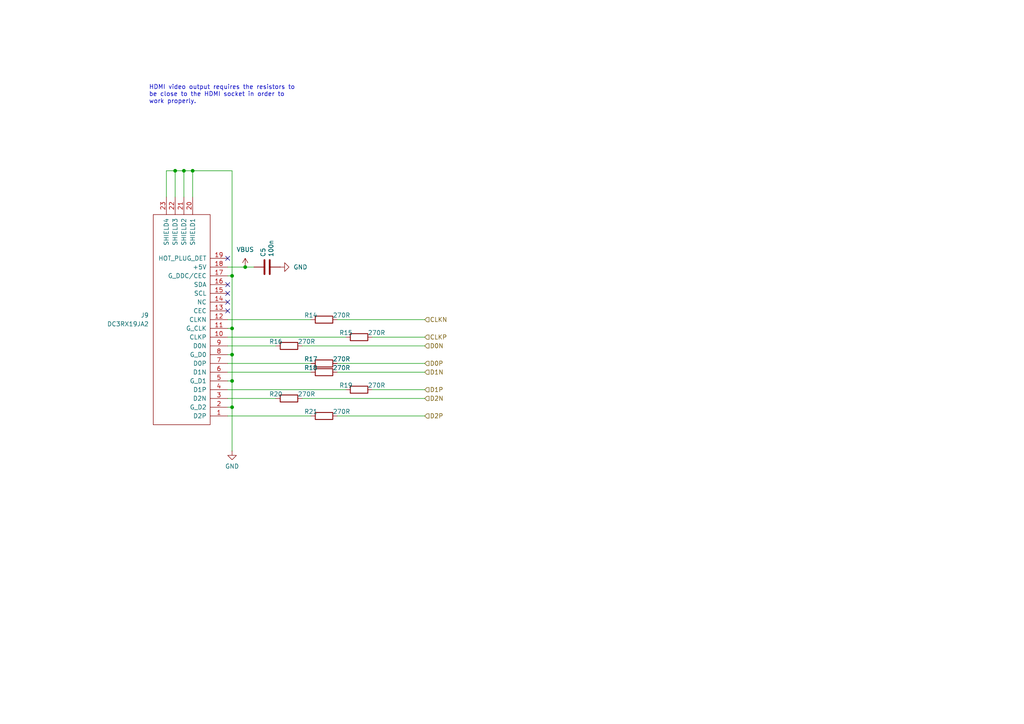
<source format=kicad_sch>
(kicad_sch (version 20250114) (generator "eeschema") (generator_version "9.0")
  (paper "A4")
  (title_block (title "FRANK M1") (date "2025-03-26") (rev "1.16") (company "Mikhail Matveev") (comment 1 "https://github.com/xtremespb/frank"))
  (lib_symbols
    (symbol "Device:C" (pin_numbers (hide yes)) (pin_names (offset 0.254))
      (property "Reference" "C" (at 0.635 2.54 0))
      (property "Value" "C" (at 0.635 -2.54 0))
      (symbol "C_0_1"
        (polyline (pts (xy -2.032 0.762) (xy 2.032 0.762)) (stroke (width 0.508)))
        (polyline (pts (xy -2.032 -0.762) (xy 2.032 -0.762)) (stroke (width 0.508)))
      )
      (symbol "C_1_1"
        (pin passive line (at 0 3.81 270) (length 2.794) (name "~") (number "1"))
        (pin passive line (at 0 -3.81 90) (length 2.794) (name "~") (number "2"))
      )
    )
    (symbol "Device:R" (pin_numbers (hide yes)) (pin_names (offset 0))
      (property "Reference" "R" (at 2.032 0 90))
      (property "Value" "R" (at 0 0 90))
      (symbol "R_0_1"
        (rectangle (start -1.016 -2.54) (end 1.016 2.54) (stroke (width 0.254)))
      )
      (symbol "R_1_1"
        (pin passive line (at 0 3.81 270) (length 1.27) (name "~") (number "1"))
        (pin passive line (at 0 -3.81 90) (length 1.27) (name "~") (number "2"))
      )
    )
    (symbol "FRANK:HDMI" (pin_names (offset 1.016))
      (property "Reference" "HDMI1" (at 12.7 -16.5101 0))
      (property "Value" "HDMI" (at 12.7 -13.9701 0))
      (symbol "HDMI_0_1"
        (rectangle (start -5.08 15.24) (end 11.43 -45.72))
      )
      (symbol "HDMI_1_1"
        (pin input line (at -10.16 12.7 0) (length 5.08) (name "D2P") (number "1"))
        (pin input line (at -10.16 10.16 0) (length 5.08) (name "G_D2") (number "2"))
        (pin input line (at -10.16 7.62 0) (length 5.08) (name "D2N") (number "3"))
        (pin input line (at -10.16 5.08 0) (length 5.08) (name "D1P") (number "4"))
        (pin input line (at -10.16 2.54 0) (length 5.08) (name "G_D1") (number "5"))
        (pin input line (at -10.16 0 0) (length 5.08) (name "D1N") (number "6"))
        (pin input line (at -10.16 -2.54 0) (length 5.08) (name "D0P") (number "7"))
        (pin input line (at -10.16 -5.08 0) (length 5.08) (name "G_D0") (number "8"))
        (pin input line (at -10.16 -7.62 0) (length 5.08) (name "D0N") (number "9"))
        (pin input line (at -10.16 -10.16 0) (length 5.08) (name "CLKP") (number "10"))
        (pin input line (at -10.16 -12.7 0) (length 5.08) (name "G_CLK") (number "11"))
        (pin input line (at -10.16 -15.24 0) (length 5.08) (name "CLKN") (number "12"))
        (pin input line (at -10.16 -17.78 0) (length 5.08) (name "CEC") (number "13"))
        (pin input line (at -10.16 -20.32 0) (length 5.08) (name "NC") (number "14"))
        (pin input line (at -10.16 -22.86 0) (length 5.08) (name "SCL") (number "15"))
        (pin input line (at -10.16 -25.4 0) (length 5.08) (name "SDA") (number "16"))
        (pin input line (at -10.16 -27.94 0) (length 5.08) (name "G_DDC/CEC") (number "17"))
        (pin input line (at -10.16 -30.48 0) (length 5.08) (name "+5V") (number "18"))
        (pin input line (at -10.16 -33.02 0) (length 5.08) (name "HOT_PLUG_DET") (number "19"))
        (pin input line (at 0 -50.8 90) (length 5.08) (name "SHIELD1") (number "20"))
        (pin input line (at 2.54 -50.8 90) (length 5.08) (name "SHIELD2") (number "21"))
        (pin input line (at 5.08 -50.8 90) (length 5.08) (name "SHIELD3") (number "22"))
        (pin input line (at 7.62 -50.8 90) (length 5.08) (name "SHIELD4") (number "23"))
      )
    )
    (symbol "GND_1" (power) (pin_numbers (hide yes)) (pin_names (offset 0) (hide yes))
      (property "Value" "GND" (at 0 -3.81 0))
      (symbol "GND_1_0_1"
        (polyline (pts (xy 0 0) (xy 0 -1.27) (xy 1.27 -1.27) (xy 0 -2.54) (xy -1.27 -1.27) (xy 0 -1.27)))
      )
      (symbol "GND_1_1_1"
        (pin power_in line (at 0 0 270) (length 0) (name "~") (number "1"))
      )
    )
    (symbol "power:GND" (power) (pin_numbers (hide yes)) (pin_names (offset 0) (hide yes))
      (property "Value" "GND" (at 0 -3.81 0))
      (symbol "GND_0_1"
        (polyline (pts (xy 0 0) (xy 0 -1.27) (xy 1.27 -1.27) (xy 0 -2.54) (xy -1.27 -1.27) (xy 0 -1.27)))
      )
      (symbol "GND_1_1"
        (pin power_in line (at 0 0 270) (length 0) (name "~") (number "1"))
      )
    )
    (symbol "power:VBUS" (power) (pin_numbers (hide yes)) (pin_names (offset 0) (hide yes))
      (property "Value" "VBUS" (at 0 3.556 0))
      (symbol "VBUS_0_1"
        (polyline (pts (xy -0.762 1.27) (xy 0 2.54)))
        (polyline (pts (xy 0 2.54) (xy 0.762 1.27)))
        (polyline (pts (xy 0 0) (xy 0 2.54)))
      )
      (symbol "VBUS_1_1"
        (pin power_in line (at 0 0 90) (length 0) (name "~") (number "1"))
      )
    )
  )
  (text "HDMI video output requires the resistors to\nbe close to the HDMI socket in order to\nwork properly." (at 43.18 27.432 0) (effects (font (size 1.27 1.27)) (justify left)))
  (junction (at 71.12 77.47))
  (junction (at 67.31 110.49))
  (junction (at 50.8 49.53))
  (junction (at 67.31 80.01))
  (junction (at 67.31 95.25))
  (junction (at 67.31 118.11))
  (junction (at 55.88 49.53))
  (junction (at 67.31 102.87))
  (junction (at 53.34 49.53))
  (no_connect (at 66.04 90.17))
  (no_connect (at 66.04 85.09))
  (no_connect (at 66.04 87.63))
  (no_connect (at 66.04 74.93))
  (no_connect (at 66.04 82.55))
  (wire (pts (xy 66.04 95.25) (xy 67.31 95.25)))
  (wire (pts (xy 67.31 110.49) (xy 67.31 118.11)))
  (wire (pts (xy 66.04 105.41) (xy 90.17 105.41)))
  (wire (pts (xy 87.63 115.57) (xy 123.19 115.57)))
  (wire (pts (xy 66.04 120.65) (xy 90.17 120.65)))
  (wire (pts (xy 66.04 102.87) (xy 67.31 102.87)))
  (wire (pts (xy 67.31 49.53) (xy 55.88 49.53)))
  (wire (pts (xy 53.34 49.53) (xy 53.34 57.15)))
  (wire (pts (xy 87.63 100.33) (xy 123.19 100.33)))
  (wire (pts (xy 55.88 49.53) (xy 53.34 49.53)))
  (wire (pts (xy 107.95 113.03) (xy 123.19 113.03)))
  (wire (pts (xy 67.31 102.87) (xy 67.31 110.49)))
  (wire (pts (xy 67.31 95.25) (xy 67.31 102.87)))
  (wire (pts (xy 97.79 107.95) (xy 123.19 107.95)))
  (wire (pts (xy 50.8 49.53) (xy 50.8 57.15)))
  (wire (pts (xy 66.04 92.71) (xy 90.17 92.71)))
  (wire (pts (xy 66.04 77.47) (xy 71.12 77.47)))
  (wire (pts (xy 66.04 113.03) (xy 100.33 113.03)))
  (wire (pts (xy 66.04 118.11) (xy 67.31 118.11)))
  (wire (pts (xy 67.31 118.11) (xy 67.31 130.81)))
  (wire (pts (xy 97.79 92.71) (xy 123.19 92.71)))
  (wire (pts (xy 97.79 105.41) (xy 123.19 105.41)))
  (wire (pts (xy 67.31 95.25) (xy 67.31 80.01)))
  (wire (pts (xy 50.8 49.53) (xy 48.26 49.53)))
  (wire (pts (xy 66.04 110.49) (xy 67.31 110.49)))
  (wire (pts (xy 66.04 80.01) (xy 67.31 80.01)))
  (wire (pts (xy 66.04 97.79) (xy 100.33 97.79)))
  (wire (pts (xy 67.31 80.01) (xy 67.31 49.53)))
  (wire (pts (xy 71.12 77.47) (xy 73.66 77.47)))
  (wire (pts (xy 107.95 97.79) (xy 123.19 97.79)))
  (wire (pts (xy 66.04 115.57) (xy 80.01 115.57)))
  (wire (pts (xy 53.34 49.53) (xy 50.8 49.53)))
  (wire (pts (xy 66.04 107.95) (xy 90.17 107.95)))
  (wire (pts (xy 48.26 49.53) (xy 48.26 57.15)))
  (wire (pts (xy 55.88 49.53) (xy 55.88 57.15)))
  (wire (pts (xy 97.79 120.65) (xy 123.19 120.65)))
  (wire (pts (xy 66.04 100.33) (xy 80.01 100.33)))
  (hierarchical_label "D2P" (shape input) (at 123.19 120.65 0))
  (hierarchical_label "CLKP" (shape input) (at 123.19 97.79 0))
  (hierarchical_label "D2N" (shape input) (at 123.19 115.57 0))
  (hierarchical_label "CLKN" (shape input) (at 123.19 92.71 0))
  (hierarchical_label "D0P" (shape input) (at 123.19 105.41 0))
  (hierarchical_label "D1P" (shape input) (at 123.19 113.03 0))
  (hierarchical_label "D0N" (shape input) (at 123.19 100.33 0))
  (hierarchical_label "D1N" (shape input) (at 123.19 107.95 0))
  (symbol (lib_id "Device:R") (at 93.98 105.41 90) (unit 1)
    (property "Reference" "R17" (at 90.17 104.14 90))
    (property "Value" "270R" (at 99.06 104.14 90))
    (property "Footprint" "FRANK:Resistor (0805)" (effects (hide yes)))
    (property "Datasheet" "https://www.vishay.com/docs/28952/mcs0402at-mct0603at-mcu0805at-mca1206at.pdf" (effects (hide yes)))
    (property "AliExpress" "https://www.aliexpress.com/item/1005005945735199.html" (effects (hide yes)))
  )
  (symbol (lib_id "Device:R") (at 104.14 113.03 90) (unit 1)
    (property "Reference" "R19" (at 100.33 111.76 90))
    (property "Value" "270R" (at 109.22 111.76 90))
    (property "Footprint" "FRANK:Resistor (0805)" (effects (hide yes)))
    (property "Datasheet" "https://www.vishay.com/docs/28952/mcs0402at-mct0603at-mcu0805at-mca1206at.pdf" (effects (hide yes)))
    (property "AliExpress" "https://www.aliexpress.com/item/1005005945735199.html" (effects (hide yes)))
  )
  (symbol (lib_id "Device:R") (at 93.98 92.71 90) (unit 1)
    (property "Reference" "R14" (at 90.17 91.44 90))
    (property "Value" "270R" (at 99.06 91.44 90))
    (property "Footprint" "FRANK:Resistor (0805)" (effects (hide yes)))
    (property "Datasheet" "https://www.vishay.com/docs/28952/mcs0402at-mct0603at-mcu0805at-mca1206at.pdf" (effects (hide yes)))
    (property "AliExpress" "https://www.aliexpress.com/item/1005005945735199.html" (effects (hide yes)))
  )
  (symbol (lib_id "power:VBUS") (at 71.12 77.47 0) (unit 1)
    (property "Reference" "#PWR038" (effects (hide yes)))
    (property "Value" "VBUS" (at 71.12 72.39 0))
    (property "Description" "Power symbol creates a global label with name \"VBUS\"" (effects (hide yes)))
  )
  (symbol (lib_id "Device:R") (at 93.98 107.95 90) (unit 1)
    (property "Reference" "R18" (at 90.17 106.68 90))
    (property "Value" "270R" (at 99.06 106.68 90))
    (property "Footprint" "FRANK:Resistor (0805)" (effects (hide yes)))
    (property "Datasheet" "https://www.vishay.com/docs/28952/mcs0402at-mct0603at-mcu0805at-mca1206at.pdf" (effects (hide yes)))
    (property "AliExpress" "https://www.aliexpress.com/item/1005005945735199.html" (effects (hide yes)))
  )
  (symbol (lib_id "Device:C") (at 77.47 77.47 90) (unit 1)
    (property "Reference" "C5" (at 76.3016 74.549 0) (effects (justify left)))
    (property "Value" "100n" (at 78.613 74.549 0) (effects (justify left)))
    (property "Footprint" "FRANK:Capacitor (0805)" (effects (hide yes)))
    (property "Datasheet" "https://eu.mouser.com/datasheet/2/40/KGM_X7R-3223212.pdf" (effects (hide yes)))
    (property "AliExpress" "https://www.aliexpress.com/item/33008008276.html" (effects (hide yes)))
  )
  (symbol (lib_id "Device:R") (at 83.82 100.33 90) (unit 1)
    (property "Reference" "R16" (at 80.01 99.06 90))
    (property "Value" "270R" (at 88.9 99.06 90))
    (property "Footprint" "FRANK:Resistor (0805)" (effects (hide yes)))
    (property "Datasheet" "https://www.vishay.com/docs/28952/mcs0402at-mct0603at-mcu0805at-mca1206at.pdf" (effects (hide yes)))
    (property "AliExpress" "https://www.aliexpress.com/item/1005005945735199.html" (effects (hide yes)))
  )
  (symbol (lib_id "power:GND") (at 67.31 130.81 0) (unit 1)
    (property "Reference" "#PWR040" (effects (hide yes)))
    (property "Value" "GND" (at 67.31 135.2534 0))
    (property "Description" "Power symbol creates a global label with name \"GND\" , ground" (effects (hide yes)))
  )
  (symbol (lib_name "GND_1") (lib_id "power:GND") (at 81.28 77.47 90) (unit 1)
    (property "Reference" "#PWR039" (effects (hide yes)))
    (property "Value" "GND" (at 85.09 77.4699 90) (effects (justify right)))
    (property "Description" "Power symbol creates a global label with name \"GND\" , ground" (effects (hide yes)))
  )
  (symbol (lib_id "Device:R") (at 104.14 97.79 90) (unit 1)
    (property "Reference" "R15" (at 100.33 96.52 90))
    (property "Value" "270R" (at 109.22 96.52 90))
    (property "Footprint" "FRANK:Resistor (0805)" (effects (hide yes)))
    (property "Datasheet" "https://www.vishay.com/docs/28952/mcs0402at-mct0603at-mcu0805at-mca1206at.pdf" (effects (hide yes)))
    (property "AliExpress" "https://www.aliexpress.com/item/1005005945735199.html" (effects (hide yes)))
  )
  (symbol (lib_id "FRANK:HDMI") (at 55.88 107.95 180) (unit 1)
    (property "Reference" "J9" (at 43.18 91.4399 0) (effects (justify left)))
    (property "Value" "DC3RX19JA2" (at 43.18 93.9799 0) (effects (justify left)))
    (property "Footprint" "FRANK:HDMI (female)" (effects (hide yes)))
    (property "Datasheet" "https://www.mouser.com/datasheet/2/206/B_0233_2E_DC3-784461.pdf?srsltid=AfmBOopfNOwkdmYR2Zf10LYIa6wS_lfZGGRTVzb0297kvAyc-1zmhqWc" (effects (hide yes)))
    (property "AliExpress" "https://www.aliexpress.com/item/1005005248842433.html" (effects (hide yes)))
  )
  (symbol (lib_id "Device:R") (at 93.98 120.65 90) (unit 1)
    (property "Reference" "R21" (at 90.17 119.38 90))
    (property "Value" "270R" (at 99.06 119.38 90))
    (property "Footprint" "FRANK:Resistor (0805)" (effects (hide yes)))
    (property "Datasheet" "https://www.vishay.com/docs/28952/mcs0402at-mct0603at-mcu0805at-mca1206at.pdf" (effects (hide yes)))
    (property "AliExpress" "https://www.aliexpress.com/item/1005005945735199.html" (effects (hide yes)))
  )
  (symbol (lib_id "Device:R") (at 83.82 115.57 90) (unit 1)
    (property "Reference" "R20" (at 80.01 114.3 90))
    (property "Value" "270R" (at 88.9 114.3 90))
    (property "Footprint" "FRANK:Resistor (0805)" (effects (hide yes)))
    (property "Datasheet" "https://www.vishay.com/docs/28952/mcs0402at-mct0603at-mcu0805at-mca1206at.pdf" (effects (hide yes)))
    (property "AliExpress" "https://www.aliexpress.com/item/1005005945735199.html" (effects (hide yes)))
  )
)
</source>
